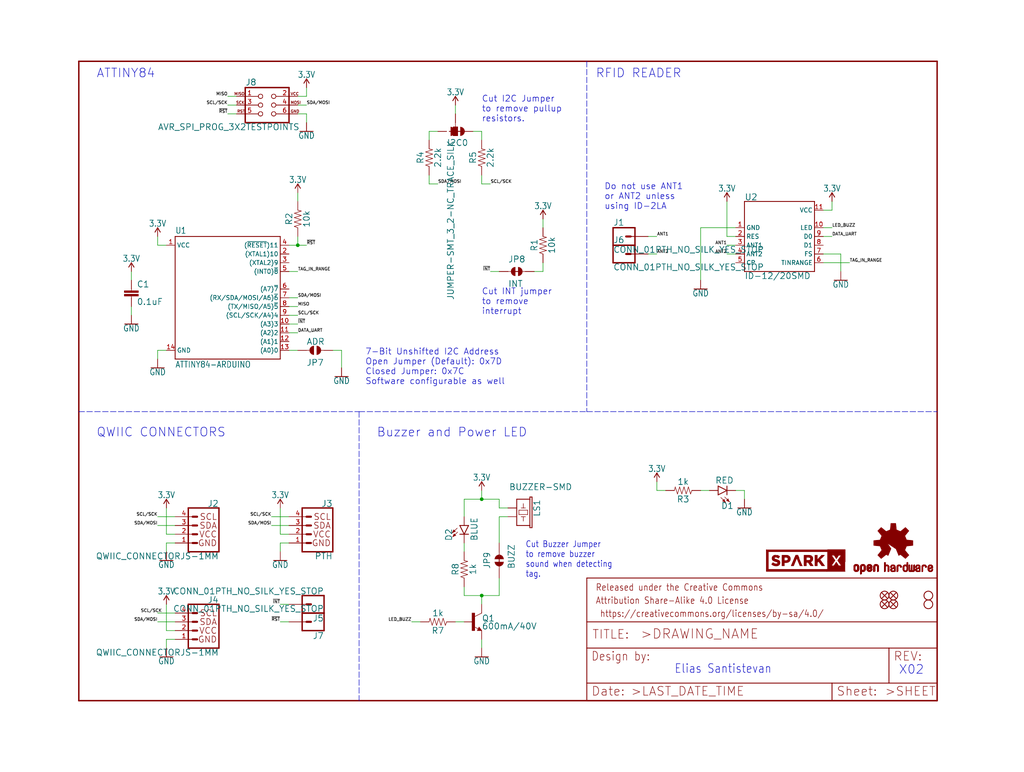
<source format=kicad_sch>
(kicad_sch (version 20211123) (generator eeschema)
  (paper "User" 297.002 223.926)
  (lib_symbols
    (symbol "eagleSchem-eagle-import:0.1UF-0603-25V-(+80{slash}-20%)"
      (property "Reference" "C" (at 1.524 2.921 0))
      (property "Value" "0.1UF-0603-25V-(+80{slash}-20%)" (at 1.524 -2.159 0))
      (symbol "0.1UF-0603-25V-(+80{slash}-20%)_1_0"
        (pin passive line (at 0 5.08 270) (length 2.54) (name "1") (number "1"))
        (pin passive line (at 0 -2.54 90) (length 2.54) (name "2") (number "2"))
      )
    )
    (symbol "eagleSchem-eagle-import:10KOHM-0603-1{slash}10W-1%"
      (property "Reference" "R" (at 0 1.524 0))
      (property "Value" "10KOHM-0603-1{slash}10W-1%" (at 0 -1.524 0))
      (symbol "10KOHM-0603-1{slash}10W-1%_1_0"
        (pin passive line (at -5.08 0 0) (length 2.54) (name "1") (number "1"))
        (pin passive line (at 5.08 0 180) (length 2.54) (name "2") (number "2"))
      )
    )
    (symbol "eagleSchem-eagle-import:1KOHM-0603-1{slash}10W-1%"
      (property "Reference" "R" (at 0 1.524 0))
      (property "Value" "1KOHM-0603-1{slash}10W-1%" (at 0 -1.524 0))
      (symbol "1KOHM-0603-1{slash}10W-1%_1_0"
        (pin passive line (at -5.08 0 0) (length 2.54) (name "1") (number "1"))
        (pin passive line (at 5.08 0 180) (length 2.54) (name "2") (number "2"))
      )
    )
    (symbol "eagleSchem-eagle-import:2.2KOHM-0603-1{slash}10W-1%"
      (property "Reference" "R" (at 0 1.524 0))
      (property "Value" "2.2KOHM-0603-1{slash}10W-1%" (at 0 -1.524 0))
      (symbol "2.2KOHM-0603-1{slash}10W-1%_1_0"
        (pin passive line (at -5.08 0 0) (length 2.54) (name "1") (number "1"))
        (pin passive line (at 5.08 0 180) (length 2.54) (name "2") (number "2"))
      )
    )
    (symbol "eagleSchem-eagle-import:3.3V" (power)
      (property "Value" "3.3V" (at 0 2.794 0))
      (symbol "3.3V_1_0"
        (pin power_in line (at 0 0 90) (length 2.54) (name "3.3V") (number "1"))
      )
    )
    (symbol "eagleSchem-eagle-import:ATTINY84-ARDUINO"
      (property "Reference" "U" (at -15.24 18.542 0))
      (property "Value" "ATTINY84-ARDUINO" (at -15.24 -20.32 0))
      (symbol "ATTINY84-ARDUINO_1_0"
        (pin bidirectional line (at -17.78 15.24 0) (length 2.54) (name "VCC") (number "1"))
        (pin bidirectional line (at 17.78 -7.62 180) (length 2.54) (name "(A3)3") (number "10"))
        (pin bidirectional line (at 17.78 -10.16 180) (length 2.54) (name "(A2)2") (number "11"))
        (pin bidirectional line (at 17.78 -12.7 180) (length 2.54) (name "(A1)1") (number "12"))
        (pin bidirectional line (at 17.78 -15.24 180) (length 2.54) (name "(A0)0") (number "13"))
        (pin bidirectional line (at -17.78 -15.24 0) (length 2.54) (name "GND") (number "14"))
        (pin bidirectional line (at 17.78 12.7 180) (length 2.54) (name "(XTAL1)10") (number "2"))
        (pin bidirectional line (at 17.78 10.16 180) (length 2.54) (name "(XTAL2)9") (number "3"))
        (pin bidirectional line (at 17.78 15.24 180) (length 2.54) (name "(~{RESET})11") (number "4"))
        (pin bidirectional line (at 17.78 7.62 180) (length 2.54) (name "(INT0)~{8}") (number "5"))
        (pin bidirectional line (at 17.78 2.54 180) (length 2.54) (name "(A7)~{7}") (number "6"))
        (pin bidirectional line (at 17.78 0 180) (length 2.54) (name "(RX/SDA/MOSI/A6)~{6}") (number "7"))
        (pin bidirectional line (at 17.78 -2.54 180) (length 2.54) (name "(TX/MISO/A5)~{5}") (number "8"))
        (pin bidirectional line (at 17.78 -5.08 180) (length 2.54) (name "(SCL/SCK/A4)4") (number "9"))
      )
    )
    (symbol "eagleSchem-eagle-import:AVR_SPI_PROG_3X2TESTPOINTS"
      (property "Reference" "J" (at -5.08 5.588 0))
      (property "Value" "AVR_SPI_PROG_3X2TESTPOINTS" (at -5.08 -7.366 0))
      (symbol "AVR_SPI_PROG_3X2TESTPOINTS_1_0"
        (text "GND" (at 8.001 -2.286 0) (effects (font (size 0.8128 0.8128)) (justify left bottom)))
        (text "MISO" (at -5.207 2.794 0) (effects (font (size 0.8128 0.8128)) (justify right bottom)))
        (text "MOSI" (at 8.001 0.254 0) (effects (font (size 0.8128 0.8128)) (justify left bottom)))
        (text "RST" (at -5.08 -2.286 0) (effects (font (size 0.8128 0.8128)) (justify right bottom)))
        (text "SCK" (at -5.207 0.254 0) (effects (font (size 0.8128 0.8128)) (justify right bottom)))
        (text "VCC" (at 8.001 2.794 0) (effects (font (size 0.8128 0.8128)) (justify left bottom)))
        (pin passive inverted (at -7.62 2.54 0) (length 7.62) (name "1") (number "1"))
        (pin passive inverted (at 10.16 2.54 180) (length 7.62) (name "2") (number "2"))
        (pin passive inverted (at -7.62 0 0) (length 7.62) (name "3") (number "3"))
        (pin passive inverted (at 10.16 0 180) (length 7.62) (name "4") (number "4"))
        (pin passive inverted (at -7.62 -2.54 0) (length 7.62) (name "5") (number "5"))
        (pin passive inverted (at 10.16 -2.54 180) (length 7.62) (name "6") (number "6"))
      )
    )
    (symbol "eagleSchem-eagle-import:BUZZER-SMD"
      (property "Reference" "LS" (at -2.54 4.826 0))
      (property "Value" "BUZZER-SMD" (at 5.334 0 0))
      (symbol "BUZZER-SMD_1_0"
        (pin passive line (at 0 -2.54 90) (length 2.54) (name "1") (number "+"))
        (pin passive line (at 2.54 -2.54 90) (length 2.54) (name "2") (number "-"))
      )
    )
    (symbol "eagleSchem-eagle-import:CONN_01PTH_NO_SILK_YES_STOP"
      (property "Reference" "J" (at -2.54 3.048 0))
      (property "Value" "CONN_01PTH_NO_SILK_YES_STOP" (at -2.54 -4.826 0))
      (symbol "CONN_01PTH_NO_SILK_YES_STOP_1_0"
        (pin passive line (at 7.62 0 180) (length 5.08) (name "1") (number "1"))
      )
    )
    (symbol "eagleSchem-eagle-import:FIDUCIALUFIDUCIAL")
    (symbol "eagleSchem-eagle-import:FRAME-LETTER"
      (symbol "FRAME-LETTER_2_0"
        (text " https://creativecommons.org/licenses/by-sa/4.0/" (at 2.54 24.13 0) (effects (font (size 1.9304 1.6408)) (justify left bottom)))
        (text ">DRAWING_NAME" (at 15.494 17.78 0) (effects (font (size 2.7432 2.7432)) (justify left bottom)))
        (text ">LAST_DATE_TIME" (at 12.7 1.27 0) (effects (font (size 2.54 2.54)) (justify left bottom)))
        (text ">SHEET" (at 86.36 1.27 0) (effects (font (size 2.54 2.54)) (justify left bottom)))
        (text "Attribution Share-Alike 4.0 License" (at 2.54 27.94 0) (effects (font (size 1.9304 1.6408)) (justify left bottom)))
        (text "Date:" (at 1.27 1.27 0) (effects (font (size 2.54 2.54)) (justify left bottom)))
        (text "Design by:" (at 1.27 11.43 0) (effects (font (size 2.54 2.159)) (justify left bottom)))
        (text "Released under the Creative Commons" (at 2.54 31.75 0) (effects (font (size 1.9304 1.6408)) (justify left bottom)))
        (text "REV:" (at 88.9 11.43 0) (effects (font (size 2.54 2.54)) (justify left bottom)))
        (text "Sheet:" (at 72.39 1.27 0) (effects (font (size 2.54 2.54)) (justify left bottom)))
        (text "TITLE:" (at 1.524 17.78 0) (effects (font (size 2.54 2.54)) (justify left bottom)))
      )
    )
    (symbol "eagleSchem-eagle-import:GND" (power)
      (property "Value" "GND" (at 0 -0.254 0))
      (symbol "GND_1_0"
        (pin power_in line (at 0 2.54 270) (length 2.54) (name "GND") (number "1"))
      )
    )
    (symbol "eagleSchem-eagle-import:I2C_STANDARD_NO_SILK"
      (property "Reference" "J" (at -5.08 7.874 0))
      (property "Value" "I2C_STANDARD_NO_SILK" (at -5.08 -5.334 0))
      (symbol "I2C_STANDARD_NO_SILK_1_0"
        (text "GND" (at -4.572 -2.54 0) (effects (font (size 1.778 1.778)) (justify left)))
        (text "SCL" (at -4.572 5.08 0) (effects (font (size 1.778 1.778)) (justify left)))
        (text "SDA" (at -4.572 2.54 0) (effects (font (size 1.778 1.778)) (justify left)))
        (text "VCC" (at -4.572 0 0) (effects (font (size 1.778 1.778)) (justify left)))
        (pin power_in line (at 7.62 -2.54 180) (length 5.08) (name "GND") (number "1"))
        (pin power_in line (at 7.62 0 180) (length 5.08) (name "VCC") (number "2"))
        (pin passive line (at 7.62 2.54 180) (length 5.08) (name "SDA") (number "3"))
        (pin passive line (at 7.62 5.08 180) (length 5.08) (name "SCL") (number "4"))
      )
    )
    (symbol "eagleSchem-eagle-import:ID-12{slash}20SMD"
      (property "Reference" "U" (at -10.16 10.414 0))
      (property "Value" "ID-12{slash}20SMD" (at -10.16 -10.414 0))
      (symbol "ID-12{slash}20SMD_1_0"
        (pin bidirectional line (at -12.7 2.54 0) (length 2.54) (name "GND") (number "1"))
        (pin bidirectional line (at 12.7 2.54 180) (length 2.54) (name "LED") (number "10"))
        (pin bidirectional line (at 12.7 7.62 180) (length 2.54) (name "VCC") (number "11"))
        (pin bidirectional line (at -12.7 0 0) (length 2.54) (name "RES") (number "2"))
        (pin bidirectional line (at -12.7 -2.54 0) (length 2.54) (name "ANT1") (number "3"))
        (pin bidirectional line (at -12.7 -5.08 0) (length 2.54) (name "ANT2") (number "4"))
        (pin bidirectional line (at -12.7 -7.62 0) (length 2.54) (name "CP") (number "5"))
        (pin bidirectional line (at 12.7 -7.62 180) (length 2.54) (name "TINRANGE") (number "6"))
        (pin bidirectional line (at 12.7 -5.08 180) (length 2.54) (name "FS") (number "7"))
        (pin bidirectional line (at 12.7 -2.54 180) (length 2.54) (name "D1") (number "8"))
        (pin bidirectional line (at 12.7 0 180) (length 2.54) (name "D0") (number "9"))
      )
    )
    (symbol "eagleSchem-eagle-import:JUMPER-SMT_2_NC_TRACE_SILK"
      (property "Reference" "JP" (at -2.54 2.54 0))
      (property "Value" "JUMPER-SMT_2_NC_TRACE_SILK" (at -2.54 -2.54 0))
      (symbol "JUMPER-SMT_2_NC_TRACE_SILK_1_0"
        (pin passive line (at -5.08 0 0) (length 2.54) (name "1") (number "1"))
        (pin passive line (at 5.08 0 180) (length 2.54) (name "2") (number "2"))
      )
    )
    (symbol "eagleSchem-eagle-import:JUMPER-SMT_2_NO_SILK"
      (property "Reference" "JP" (at -2.54 2.54 0))
      (property "Value" "JUMPER-SMT_2_NO_SILK" (at -2.54 -2.54 0))
      (symbol "JUMPER-SMT_2_NO_SILK_1_0"
        (pin passive line (at -5.08 0 0) (length 2.54) (name "1") (number "1"))
        (pin passive line (at 5.08 0 180) (length 2.54) (name "2") (number "2"))
      )
    )
    (symbol "eagleSchem-eagle-import:JUMPER-SMT_3_2-NC_TRACE_SILK"
      (property "Reference" "JP" (at 2.54 0.381 0))
      (property "Value" "JUMPER-SMT_3_2-NC_TRACE_SILK" (at 2.54 -0.381 0))
      (symbol "JUMPER-SMT_3_2-NC_TRACE_SILK_1_0"
        (pin passive line (at 0 5.08 270) (length 2.54) (name "1") (number "1"))
        (pin passive line (at -5.08 0 0) (length 2.54) (name "2") (number "2"))
        (pin passive line (at 0 -5.08 90) (length 2.54) (name "3") (number "3"))
      )
    )
    (symbol "eagleSchem-eagle-import:LED-BLUE0603"
      (property "Reference" "D" (at -3.429 -4.572 90))
      (property "Value" "LED-BLUE0603" (at 1.905 -4.572 90))
      (symbol "LED-BLUE0603_1_0"
        (pin passive line (at 0 2.54 270) (length 2.54) (name "A") (number "A"))
        (pin passive line (at 0 -5.08 90) (length 2.54) (name "C") (number "C"))
      )
    )
    (symbol "eagleSchem-eagle-import:LED-RED0603"
      (property "Reference" "D" (at -3.429 -4.572 90))
      (property "Value" "LED-RED0603" (at 1.905 -4.572 90))
      (symbol "LED-RED0603_1_0"
        (pin passive line (at 0 2.54 270) (length 2.54) (name "A") (number "A"))
        (pin passive line (at 0 -5.08 90) (length 2.54) (name "C") (number "C"))
      )
    )
    (symbol "eagleSchem-eagle-import:OSHW-LOGOMINI")
    (symbol "eagleSchem-eagle-import:QWIIC_CONNECTORJS-1MM"
      (property "Reference" "J" (at -5.08 7.874 0))
      (property "Value" "QWIIC_CONNECTORJS-1MM" (at -5.08 -5.334 0))
      (symbol "QWIIC_CONNECTORJS-1MM_1_0"
        (text "GND" (at -4.572 -2.54 0) (effects (font (size 1.778 1.778)) (justify left)))
        (text "SCL" (at -4.572 5.08 0) (effects (font (size 1.778 1.778)) (justify left)))
        (text "SDA" (at -4.572 2.54 0) (effects (font (size 1.778 1.778)) (justify left)))
        (text "VCC" (at -4.572 0 0) (effects (font (size 1.778 1.778)) (justify left)))
        (pin power_in line (at 7.62 -2.54 180) (length 5.08) (name "1") (number "1"))
        (pin power_in line (at 7.62 0 180) (length 5.08) (name "2") (number "2"))
        (pin passive line (at 7.62 2.54 180) (length 5.08) (name "3") (number "3"))
        (pin passive line (at 7.62 5.08 180) (length 5.08) (name "4") (number "4"))
      )
    )
    (symbol "eagleSchem-eagle-import:SPARKX-LOGO3")
    (symbol "eagleSchem-eagle-import:STAND-OFF")
    (symbol "eagleSchem-eagle-import:TRANS_NPN-MMBT2222AL"
      (property "Reference" "Q" (at 2.54 0 0))
      (property "Value" "TRANS_NPN-MMBT2222AL" (at 2.54 -2.286 0))
      (symbol "TRANS_NPN-MMBT2222AL_1_0"
        (pin passive line (at -2.54 0 0) (length 2.54) (name "B") (number "1"))
        (pin passive line (at 2.54 -5.08 90) (length 2.54) (name "E") (number "2"))
        (pin passive line (at 2.54 5.08 270) (length 2.54) (name "C") (number "3"))
      )
    )
  )
  (junction (at 139.7 172.72))
  (junction (at 139.7 144.78))
  (junction (at 86.36 71.12))
  (wire (pts (xy 139.7 40.64) (xy 139.7 38.1)))
  (polyline (pts (xy 170.18 119.38) (xy 271.78 119.38)))
  (wire (pts (xy 96.52 101.6) (xy 99.06 101.6)))
  (polyline (pts (xy 104.14 119.38) (xy 170.18 119.38)))
  (wire (pts (xy 83.82 93.98) (xy 86.36 93.98)))
  (polyline (pts (xy 104.14 119.38) (xy 104.14 203.2)))
  (wire (pts (xy 83.82 154.94) (xy 81.28 154.94)))
  (wire (pts (xy 157.48 66.04) (xy 157.48 63.5)))
  (wire (pts (xy 88.9 33.02) (xy 88.9 35.56)))
  (wire (pts (xy 139.7 172.72) (xy 144.78 172.72)))
  (wire (pts (xy 124.46 53.34) (xy 124.46 50.8)))
  (wire (pts (xy 213.36 73.66) (xy 210.82 73.66)))
  (wire (pts (xy 50.8 157.48) (xy 48.26 157.48)))
  (wire (pts (xy 203.2 66.04) (xy 203.2 81.28)))
  (wire (pts (xy 213.36 66.04) (xy 203.2 66.04)))
  (wire (pts (xy 48.26 101.6) (xy 45.72 101.6)))
  (wire (pts (xy 50.8 152.4) (xy 45.72 152.4)))
  (wire (pts (xy 154.94 78.74) (xy 157.48 78.74)))
  (wire (pts (xy 134.62 172.72) (xy 139.7 172.72)))
  (wire (pts (xy 83.82 96.52) (xy 86.36 96.52)))
  (wire (pts (xy 88.9 71.12) (xy 86.36 71.12)))
  (wire (pts (xy 83.82 86.36) (xy 86.36 86.36)))
  (polyline (pts (xy 170.18 17.78) (xy 170.18 119.38)))
  (wire (pts (xy 50.8 154.94) (xy 48.26 154.94)))
  (wire (pts (xy 68.58 30.48) (xy 66.04 30.48)))
  (wire (pts (xy 157.48 78.74) (xy 157.48 76.2)))
  (wire (pts (xy 88.9 27.94) (xy 88.9 25.4)))
  (wire (pts (xy 50.8 149.86) (xy 45.72 149.86)))
  (wire (pts (xy 81.28 157.48) (xy 81.28 160.02)))
  (wire (pts (xy 238.76 60.96) (xy 241.3 60.96)))
  (wire (pts (xy 124.46 53.34) (xy 127 53.34)))
  (wire (pts (xy 132.08 180.34) (xy 134.62 180.34)))
  (wire (pts (xy 132.08 30.48) (xy 132.08 33.02)))
  (wire (pts (xy 68.58 27.94) (xy 66.04 27.94)))
  (wire (pts (xy 139.7 142.24) (xy 139.7 144.78)))
  (wire (pts (xy 134.62 170.18) (xy 134.62 172.72)))
  (wire (pts (xy 45.72 101.6) (xy 45.72 104.14)))
  (polyline (pts (xy 22.86 119.38) (xy 104.14 119.38)))
  (wire (pts (xy 139.7 175.26) (xy 139.7 172.72)))
  (wire (pts (xy 215.9 142.24) (xy 215.9 144.78)))
  (wire (pts (xy 86.36 68.58) (xy 86.36 71.12)))
  (wire (pts (xy 83.82 101.6) (xy 86.36 101.6)))
  (wire (pts (xy 139.7 144.78) (xy 134.62 144.78)))
  (wire (pts (xy 139.7 53.34) (xy 139.7 50.8)))
  (wire (pts (xy 134.62 144.78) (xy 134.62 149.86)))
  (wire (pts (xy 86.36 27.94) (xy 88.9 27.94)))
  (wire (pts (xy 83.82 152.4) (xy 78.74 152.4)))
  (wire (pts (xy 193.04 142.24) (xy 190.5 142.24)))
  (wire (pts (xy 121.92 180.34) (xy 119.38 180.34)))
  (wire (pts (xy 213.36 68.58) (xy 210.82 68.58)))
  (wire (pts (xy 48.26 157.48) (xy 48.26 160.02)))
  (wire (pts (xy 144.78 157.48) (xy 144.78 149.86)))
  (wire (pts (xy 238.76 73.66) (xy 243.84 73.66)))
  (wire (pts (xy 38.1 78.74) (xy 38.1 81.28)))
  (wire (pts (xy 48.26 182.88) (xy 48.26 175.26)))
  (wire (pts (xy 205.74 142.24) (xy 203.2 142.24)))
  (wire (pts (xy 50.8 177.8) (xy 45.72 177.8)))
  (wire (pts (xy 99.06 101.6) (xy 99.06 106.68)))
  (wire (pts (xy 38.1 91.44) (xy 38.1 88.9)))
  (wire (pts (xy 144.78 78.74) (xy 142.24 78.74)))
  (wire (pts (xy 124.46 40.64) (xy 124.46 38.1)))
  (wire (pts (xy 187.96 73.66) (xy 190.5 73.66)))
  (wire (pts (xy 83.82 78.74) (xy 86.36 78.74)))
  (wire (pts (xy 134.62 157.48) (xy 134.62 160.02)))
  (wire (pts (xy 243.84 73.66) (xy 243.84 78.74)))
  (wire (pts (xy 241.3 60.96) (xy 241.3 58.42)))
  (wire (pts (xy 83.82 149.86) (xy 78.74 149.86)))
  (wire (pts (xy 81.28 154.94) (xy 81.28 147.32)))
  (wire (pts (xy 190.5 142.24) (xy 190.5 139.7)))
  (wire (pts (xy 124.46 38.1) (xy 127 38.1)))
  (wire (pts (xy 48.26 185.42) (xy 48.26 187.96)))
  (wire (pts (xy 83.82 157.48) (xy 81.28 157.48)))
  (wire (pts (xy 139.7 38.1) (xy 137.16 38.1)))
  (wire (pts (xy 50.8 182.88) (xy 48.26 182.88)))
  (wire (pts (xy 68.58 33.02) (xy 66.04 33.02)))
  (wire (pts (xy 45.72 71.12) (xy 45.72 68.58)))
  (wire (pts (xy 213.36 71.12) (xy 210.82 71.12)))
  (wire (pts (xy 238.76 66.04) (xy 241.3 66.04)))
  (wire (pts (xy 213.36 142.24) (xy 215.9 142.24)))
  (wire (pts (xy 144.78 147.32) (xy 144.78 144.78)))
  (wire (pts (xy 86.36 71.12) (xy 83.82 71.12)))
  (wire (pts (xy 139.7 53.34) (xy 142.24 53.34)))
  (wire (pts (xy 210.82 68.58) (xy 210.82 58.42)))
  (wire (pts (xy 238.76 68.58) (xy 241.3 68.58)))
  (wire (pts (xy 48.26 154.94) (xy 48.26 147.32)))
  (wire (pts (xy 86.36 58.42) (xy 86.36 55.88)))
  (wire (pts (xy 144.78 149.86) (xy 147.32 149.86)))
  (wire (pts (xy 144.78 144.78) (xy 139.7 144.78)))
  (wire (pts (xy 50.8 180.34) (xy 45.72 180.34)))
  (wire (pts (xy 86.36 30.48) (xy 88.9 30.48)))
  (wire (pts (xy 147.32 147.32) (xy 144.78 147.32)))
  (wire (pts (xy 83.82 88.9) (xy 86.36 88.9)))
  (wire (pts (xy 139.7 187.96) (xy 139.7 185.42)))
  (wire (pts (xy 86.36 33.02) (xy 88.9 33.02)))
  (wire (pts (xy 238.76 76.2) (xy 246.38 76.2)))
  (wire (pts (xy 187.96 68.58) (xy 190.5 68.58)))
  (wire (pts (xy 50.8 185.42) (xy 48.26 185.42)))
  (wire (pts (xy 48.26 71.12) (xy 45.72 71.12)))
  (wire (pts (xy 144.78 172.72) (xy 144.78 167.64)))
  (wire (pts (xy 81.28 180.34) (xy 83.82 180.34)))
  (wire (pts (xy 83.82 175.26) (xy 81.28 175.26)))
  (wire (pts (xy 83.82 91.44) (xy 86.36 91.44)))
  (text "RFID READER" (at 172.72 22.86 180) (effects (font (size 2.54 2.54)) (justify left bottom)))
  (text "ATTINY84" (at 27.94 22.86 180) (effects (font (size 2.54 2.54)) (justify left bottom)))
  (text "Cut Buzzer Jumper\nto remove buzzer\nsound when detecting\ntag." (at 152.4 167.64 0) (effects (font (size 1.778 1.5113)) (justify left bottom)))
  (text "7-Bit Unshifted I2C Address\nOpen Jumper (Default): 0x7D\nClosed Jumper: 0x7C\nSoftware configurable as well" (at 105.918 111.76 0) (effects (font (size 1.778 1.778)) (justify left bottom)))
  (text "Elias Santistevan" (at 195.58 195.58 180) (effects (font (size 2.54 2.159)) (justify left bottom)))
  (text "Cut I2C Jumper\nto remove pullup\nresistors." (at 139.7 35.56 180) (effects (font (size 1.778 1.778)) (justify left bottom)))
  (text "Cut INT jumper\nto remove\ninterrupt" (at 139.7 91.44 180) (effects (font (size 1.778 1.778)) (justify left bottom)))
  (text "X02" (at 260.604 195.834 180) (effects (font (size 2.54 2.54)) (justify left bottom)))
  (text "QWIIC CONNECTORS" (at 27.94 127 180) (effects (font (size 2.54 2.54)) (justify left bottom)))
  (text "Buzzer and Power LED" (at 109.22 127 180) (effects (font (size 2.54 2.54)) (justify left bottom)))
  (text "Do not use ANT1\nor ANT2 unless\nusing ID-2LA" (at 175.26 60.96 180) (effects (font (size 1.778 1.778)) (justify left bottom)))
  (label "DATA_UART" (at 241.3 68.58 0) (effects (font (size 0.889 0.889))))
  (label "ANT1" (at 190.5 68.58 0) (effects (font (size 0.889 0.889))))
  (label "SCL/SCK" (at 78.74 149.86 180) (effects (font (size 0.889 0.889))))
  (label "ANT2" (at 210.82 73.66 180) (effects (font (size 0.889 0.889))))
  (label "~{INT}" (at 142.24 78.74 180) (effects (font (size 0.889 0.889))))
  (label "LED_BUZZ" (at 119.38 180.34 180) (effects (font (size 0.889 0.889))))
  (label "~{INT}" (at 86.36 93.98 0) (effects (font (size 0.889 0.889))))
  (label "TAG_IN_RANGE" (at 246.38 76.2 0) (effects (font (size 0.889 0.889))))
  (label "~{RST}" (at 66.04 33.02 180) (effects (font (size 0.889 0.889))))
  (label "SDA/MOSI" (at 86.36 86.36 0) (effects (font (size 0.889 0.889))))
  (label "SCL/SCK" (at 45.72 149.86 180) (effects (font (size 0.889 0.889))))
  (label "MISO" (at 86.36 88.9 0) (effects (font (size 0.889 0.889))))
  (label "SDA/MOSI" (at 45.72 152.4 180) (effects (font (size 0.889 0.889))))
  (label "SCL/SCK" (at 66.04 30.48 180) (effects (font (size 0.889 0.889))))
  (label "MISO" (at 66.04 27.94 180) (effects (font (size 0.889 0.889))))
  (label "DATA_UART" (at 86.36 96.52 0) (effects (font (size 0.889 0.889))))
  (label "SDA/MOSI" (at 78.74 152.4 180) (effects (font (size 0.889 0.889))))
  (label "~{INT}" (at 81.28 175.26 180) (effects (font (size 0.889 0.889))))
  (label "TAG_IN_RANGE" (at 86.36 78.74 0) (effects (font (size 0.889 0.889))))
  (label "SDA/MOSI" (at 88.9 30.48 0) (effects (font (size 0.889 0.889))))
  (label "SCL/SCK" (at 86.36 91.44 0) (effects (font (size 0.889 0.889))))
  (label "SCL/SCK" (at 142.24 53.34 0) (effects (font (size 0.889 0.889))))
  (label "~{RST}" (at 88.9 71.12 0) (effects (font (size 0.889 0.889))))
  (label "ANT2" (at 190.5 73.66 0) (effects (font (size 0.889 0.889))))
  (label "LED_BUZZ" (at 241.3 66.04 0) (effects (font (size 0.889 0.889))))
  (label "ANT1" (at 210.82 71.12 180) (effects (font (size 0.889 0.889))))
  (label "~{RST}" (at 81.28 180.34 180) (effects (font (size 0.889 0.889))))
  (label "SDA/MOSI" (at 127 53.34 0) (effects (font (size 0.889 0.889))))
  (label "SDA/MOSI" (at 45.72 180.34 180) (effects (font (size 0.889 0.889))))
  (label "SCL/SCK" (at 46.99 177.8 180) (effects (font (size 0.889 0.889))))
  (symbol (lib_id "eagleSchem-eagle-import:GND") (at 48.26 190.5 0) (unit 1)
    (property "Reference" "#GND8" (effects hide))
    (property "Value" "GND" (at 48.26 190.754 0) (effects (font (size 1.778 1.5113)) (justify top)))
    (property "Footprint" "eagleSchem:" (effects hide))
  )
  (symbol (lib_id "eagleSchem-eagle-import:3.3V") (at 48.26 147.32 0) (unit 1)
    (property "Reference" "#SUPPLY4" (effects hide))
    (property "Value" "3.3V" (at 48.26 144.526 0) (effects (font (size 1.778 1.5113)) (justify bottom)))
    (property "Footprint" "eagleSchem:" (effects hide))
  )
  (symbol (lib_id "eagleSchem-eagle-import:3.3V") (at 81.28 147.32 0) (unit 1)
    (property "Reference" "#SUPPLY7" (effects hide))
    (property "Value" "3.3V" (at 81.28 144.526 0) (effects (font (size 1.778 1.5113)) (justify bottom)))
    (property "Footprint" "eagleSchem:" (effects hide))
  )
  (symbol (lib_id "eagleSchem-eagle-import:3.3V") (at 139.7 142.24 0) (unit 1)
    (property "Reference" "#SUPPLY12" (effects hide))
    (property "Value" "3.3V" (at 139.7 139.446 0) (effects (font (size 1.778 1.5113)) (justify bottom)))
    (property "Footprint" "eagleSchem:" (effects hide))
  )
  (symbol (lib_id "eagleSchem-eagle-import:GND") (at 38.1 93.98 0) (unit 1)
    (property "Reference" "#GND11" (effects hide))
    (property "Value" "GND" (at 38.1 94.234 0) (effects (font (size 1.778 1.5113)) (justify top)))
    (property "Footprint" "eagleSchem:" (effects hide))
  )
  (symbol (lib_id "eagleSchem-eagle-import:CONN_01PTH_NO_SILK_YES_STOP") (at 180.34 73.66 0) (unit 1)
    (property "Reference" "J6" (at 177.8 70.612 0) (effects (font (size 1.778 1.778)) (justify left bottom)))
    (property "Value" "CONN_01PTH_NO_SILK_YES_STOP" (at 177.8 78.486 0) (effects (font (size 1.778 1.778)) (justify left bottom)))
    (property "Footprint" "eagleSchem:1X01_NO_SILK" (effects hide))
  )
  (symbol (lib_id "eagleSchem-eagle-import:ATTINY84-ARDUINO") (at 66.04 86.36 0) (unit 1)
    (property "Reference" "U1" (at 50.8 67.818 0) (effects (font (size 1.778 1.5113)) (justify left bottom)))
    (property "Value" "ATTINY84-ARDUINO" (at 50.8 106.68 0) (effects (font (size 1.778 1.5113)) (justify left bottom)))
    (property "Footprint" "eagleSchem:SO14" (effects hide))
  )
  (symbol (lib_id "eagleSchem-eagle-import:FIDUCIALUFIDUCIAL") (at 259.08 172.72 0) (unit 1)
    (property "Reference" "JP6" (effects hide))
    (property "Value" "FIDUCIALUFIDUCIAL" (effects hide))
    (property "Footprint" "eagleSchem:MICRO-FIDUCIAL" (effects hide))
  )
  (symbol (lib_id "eagleSchem-eagle-import:3.3V") (at 157.48 63.5 0) (unit 1)
    (property "Reference" "#SUPPLY2" (effects hide))
    (property "Value" "3.3V" (at 157.48 60.706 0) (effects (font (size 1.778 1.5113)) (justify bottom)))
    (property "Footprint" "eagleSchem:" (effects hide))
  )
  (symbol (lib_id "eagleSchem-eagle-import:10KOHM-0603-1{slash}10W-1%") (at 86.36 63.5 90) (unit 1)
    (property "Reference" "R2" (at 84.836 63.5 0) (effects (font (size 1.778 1.778)) (justify bottom)))
    (property "Value" "10k" (at 87.884 63.5 0) (effects (font (size 1.778 1.778)) (justify top)))
    (property "Footprint" "eagleSchem:0603" (effects hide))
  )
  (symbol (lib_id "eagleSchem-eagle-import:TRANS_NPN-MMBT2222AL") (at 137.16 180.34 0) (unit 1)
    (property "Reference" "Q1" (at 139.7 180.34 0) (effects (font (size 1.778 1.778)) (justify left bottom)))
    (property "Value" "600mA/40V" (at 139.7 182.626 0) (effects (font (size 1.778 1.778)) (justify left bottom)))
    (property "Footprint" "eagleSchem:SOT23-3" (effects hide))
  )
  (symbol (lib_id "eagleSchem-eagle-import:GND") (at 45.72 106.68 0) (unit 1)
    (property "Reference" "#GND1" (effects hide))
    (property "Value" "GND" (at 45.72 106.934 0) (effects (font (size 1.778 1.5113)) (justify top)))
    (property "Footprint" "eagleSchem:" (effects hide))
  )
  (symbol (lib_id "eagleSchem-eagle-import:CONN_01PTH_NO_SILK_YES_STOP") (at 91.44 180.34 180) (unit 1)
    (property "Reference" "J7" (at 93.98 183.388 0) (effects (font (size 1.778 1.778)) (justify left bottom)))
    (property "Value" "CONN_01PTH_NO_SILK_YES_STOP" (at 93.98 175.514 0) (effects (font (size 1.778 1.778)) (justify left bottom)))
    (property "Footprint" "eagleSchem:1X01_NO_SILK" (effects hide))
  )
  (symbol (lib_id "eagleSchem-eagle-import:FIDUCIALUFIDUCIAL") (at 259.08 175.26 0) (unit 1)
    (property "Reference" "JP1" (effects hide))
    (property "Value" "FIDUCIALUFIDUCIAL" (effects hide))
    (property "Footprint" "eagleSchem:MICRO-FIDUCIAL" (effects hide))
  )
  (symbol (lib_id "eagleSchem-eagle-import:3.3V") (at 241.3 58.42 0) (unit 1)
    (property "Reference" "#SUPPLY9" (effects hide))
    (property "Value" "3.3V" (at 241.3 55.626 0) (effects (font (size 1.778 1.5113)) (justify bottom)))
    (property "Footprint" "eagleSchem:" (effects hide))
  )
  (symbol (lib_id "eagleSchem-eagle-import:JUMPER-SMT_2_NC_TRACE_SILK") (at 149.86 78.74 0) (unit 1)
    (property "Reference" "JP8" (at 147.32 76.2 0) (effects (font (size 1.778 1.778)) (justify left bottom)))
    (property "Value" "INT" (at 147.32 81.28 0) (effects (font (size 1.778 1.778)) (justify left top)))
    (property "Footprint" "eagleSchem:SMT-JUMPER_2_NC_TRACE_SILK" (effects hide))
  )
  (symbol (lib_id "eagleSchem-eagle-import:STAND-OFF") (at 269.24 172.72 0) (unit 1)
    (property "Reference" "JP3" (effects hide))
    (property "Value" "STAND-OFF" (effects hide))
    (property "Footprint" "eagleSchem:STAND-OFF" (effects hide))
  )
  (symbol (lib_id "eagleSchem-eagle-import:LED-BLUE0603") (at 134.62 152.4 0) (unit 1)
    (property "Reference" "D2" (at 131.191 156.972 90) (effects (font (size 1.778 1.778)) (justify left bottom)))
    (property "Value" "BLUE" (at 136.525 156.972 90) (effects (font (size 1.778 1.778)) (justify left top)))
    (property "Footprint" "eagleSchem:LED-0603" (effects hide))
  )
  (symbol (lib_id "eagleSchem-eagle-import:LED-RED0603") (at 208.28 142.24 90) (unit 1)
    (property "Reference" "D1" (at 212.852 145.669 90) (effects (font (size 1.778 1.778)) (justify left bottom)))
    (property "Value" "RED" (at 212.852 140.335 90) (effects (font (size 1.778 1.778)) (justify left top)))
    (property "Footprint" "eagleSchem:LED-0603" (effects hide))
  )
  (symbol (lib_id "eagleSchem-eagle-import:10KOHM-0603-1{slash}10W-1%") (at 157.48 71.12 90) (unit 1)
    (property "Reference" "R1" (at 155.956 71.12 0) (effects (font (size 1.778 1.778)) (justify bottom)))
    (property "Value" "10k" (at 159.004 71.12 0) (effects (font (size 1.778 1.778)) (justify top)))
    (property "Footprint" "eagleSchem:0603" (effects hide))
  )
  (symbol (lib_id "eagleSchem-eagle-import:CONN_01PTH_NO_SILK_YES_STOP") (at 180.34 68.58 0) (unit 1)
    (property "Reference" "J1" (at 177.8 65.532 0) (effects (font (size 1.778 1.778)) (justify left bottom)))
    (property "Value" "CONN_01PTH_NO_SILK_YES_STOP" (at 177.8 73.406 0) (effects (font (size 1.778 1.778)) (justify left bottom)))
    (property "Footprint" "eagleSchem:1X01_NO_SILK" (effects hide))
  )
  (symbol (lib_id "eagleSchem-eagle-import:GND") (at 48.26 162.56 0) (unit 1)
    (property "Reference" "#GND6" (effects hide))
    (property "Value" "GND" (at 48.26 162.814 0) (effects (font (size 1.778 1.5113)) (justify top)))
    (property "Footprint" "eagleSchem:" (effects hide))
  )
  (symbol (lib_id "eagleSchem-eagle-import:FIDUCIALUFIDUCIAL") (at 256.54 175.26 0) (unit 1)
    (property "Reference" "JP5" (effects hide))
    (property "Value" "FIDUCIALUFIDUCIAL" (effects hide))
    (property "Footprint" "eagleSchem:MICRO-FIDUCIAL" (effects hide))
  )
  (symbol (lib_id "eagleSchem-eagle-import:SPARKX-LOGO3") (at 233.68 162.56 0) (unit 1)
    (property "Reference" "U$4" (effects hide))
    (property "Value" "SPARKX-LOGO3" (effects hide))
    (property "Footprint" "eagleSchem:SPARKX-SMALL" (effects hide))
  )
  (symbol (lib_id "eagleSchem-eagle-import:STAND-OFF") (at 269.24 175.26 0) (unit 1)
    (property "Reference" "JP4" (effects hide))
    (property "Value" "STAND-OFF" (effects hide))
    (property "Footprint" "eagleSchem:STAND-OFF" (effects hide))
  )
  (symbol (lib_id "eagleSchem-eagle-import:CONN_01PTH_NO_SILK_YES_STOP") (at 91.44 175.26 180) (unit 1)
    (property "Reference" "J5" (at 93.98 178.308 0) (effects (font (size 1.778 1.778)) (justify left bottom)))
    (property "Value" "CONN_01PTH_NO_SILK_YES_STOP" (at 93.98 170.434 0) (effects (font (size 1.778 1.778)) (justify left bottom)))
    (property "Footprint" "eagleSchem:1X01_NO_SILK" (effects hide))
  )
  (symbol (lib_id "eagleSchem-eagle-import:0.1UF-0603-25V-(+80{slash}-20%)") (at 38.1 86.36 0) (unit 1)
    (property "Reference" "C1" (at 39.624 83.439 0) (effects (font (size 1.778 1.778)) (justify left bottom)))
    (property "Value" "0.1uF" (at 39.624 88.519 0) (effects (font (size 1.778 1.778)) (justify left bottom)))
    (property "Footprint" "eagleSchem:0603" (effects hide))
  )
  (symbol (lib_id "eagleSchem-eagle-import:1KOHM-0603-1{slash}10W-1%") (at 198.12 142.24 180) (unit 1)
    (property "Reference" "R3" (at 198.12 143.764 0) (effects (font (size 1.778 1.778)) (justify bottom)))
    (property "Value" "1k" (at 198.12 140.716 0) (effects (font (size 1.778 1.778)) (justify top)))
    (property "Footprint" "eagleSchem:0603" (effects hide))
  )
  (symbol (lib_id "eagleSchem-eagle-import:GND") (at 243.84 81.28 0) (unit 1)
    (property "Reference" "#GND10" (effects hide))
    (property "Value" "GND" (at 243.84 81.534 0) (effects (font (size 1.778 1.5113)) (justify top)))
    (property "Footprint" "eagleSchem:" (effects hide))
  )
  (symbol (lib_id "eagleSchem-eagle-import:JUMPER-SMT_3_2-NC_TRACE_SILK") (at 132.08 38.1 270) (unit 1)
    (property "Reference" "I2C0" (at 129.54 42.418 90) (effects (font (size 1.778 1.778)) (justify left bottom)))
    (property "Value" "JUMPER-SMT_3_2-NC_TRACE_SILK" (at 131.699 40.64 0) (effects (font (size 1.778 1.778)) (justify left top)))
    (property "Footprint" "eagleSchem:SMT-JUMPER_3_2-NC_TRACE_SILK" (effects hide))
  )
  (symbol (lib_id "eagleSchem-eagle-import:1KOHM-0603-1{slash}10W-1%") (at 127 180.34 180) (unit 1)
    (property "Reference" "R7" (at 127 181.864 0) (effects (font (size 1.778 1.778)) (justify bottom)))
    (property "Value" "1k" (at 127 178.816 0) (effects (font (size 1.778 1.778)) (justify top)))
    (property "Footprint" "eagleSchem:0603" (effects hide))
  )
  (symbol (lib_id "eagleSchem-eagle-import:BUZZER-SMD") (at 149.86 147.32 270) (unit 1)
    (property "Reference" "LS1" (at 154.686 144.78 0) (effects (font (size 1.778 1.778)) (justify left bottom)))
    (property "Value" "BUZZER-SMD" (at 147.574 142.24 90) (effects (font (size 1.778 1.778)) (justify left bottom)))
    (property "Footprint" "eagleSchem:BUZZER-CCV" (effects hide))
  )
  (symbol (lib_id "eagleSchem-eagle-import:AVR_SPI_PROG_3X2TESTPOINTS") (at 76.2 30.48 0) (unit 1)
    (property "Reference" "J8" (at 71.12 24.892 0) (effects (font (size 1.778 1.778)) (justify left bottom)))
    (property "Value" "AVR_SPI_PROG_3X2TESTPOINTS" (at 45.72 37.846 0) (effects (font (size 1.778 1.778)) (justify left bottom)))
    (property "Footprint" "eagleSchem:2X3_TEST_POINTS" (effects hide))
  )
  (symbol (lib_id "eagleSchem-eagle-import:JUMPER-SMT_2_NC_TRACE_SILK") (at 144.78 162.56 90) (unit 1)
    (property "Reference" "JP9" (at 142.24 165.1 0) (effects (font (size 1.778 1.778)) (justify left bottom)))
    (property "Value" "BUZZ" (at 147.32 165.1 0) (effects (font (size 1.778 1.778)) (justify left top)))
    (property "Footprint" "eagleSchem:SMT-JUMPER_2_NC_TRACE_SILK" (effects hide))
  )
  (symbol (lib_id "eagleSchem-eagle-import:QWIIC_CONNECTORJS-1MM") (at 58.42 154.94 0) (mirror y) (unit 1)
    (property "Reference" "J2" (at 63.5 147.066 0) (effects (font (size 1.778 1.778)) (justify left bottom)))
    (property "Value" "QWIIC_CONNECTORJS-1MM" (at 63.5 160.274 0) (effects (font (size 1.778 1.778)) (justify left top)))
    (property "Footprint" "eagleSchem:1X04_1MM_RA" (effects hide))
  )
  (symbol (lib_id "eagleSchem-eagle-import:3.3V") (at 86.36 55.88 0) (unit 1)
    (property "Reference" "#SUPPLY3" (effects hide))
    (property "Value" "3.3V" (at 86.36 53.086 0) (effects (font (size 1.778 1.5113)) (justify bottom)))
    (property "Footprint" "eagleSchem:" (effects hide))
  )
  (symbol (lib_id "eagleSchem-eagle-import:QWIIC_CONNECTORJS-1MM") (at 58.42 182.88 0) (mirror y) (unit 1)
    (property "Reference" "J4" (at 63.5 175.006 0) (effects (font (size 1.778 1.778)) (justify left bottom)))
    (property "Value" "QWIIC_CONNECTORJS-1MM" (at 63.5 188.214 0) (effects (font (size 1.778 1.778)) (justify left top)))
    (property "Footprint" "eagleSchem:1X04_1MM_RA" (effects hide))
  )
  (symbol (lib_id "eagleSchem-eagle-import:2.2KOHM-0603-1{slash}10W-1%") (at 139.7 45.72 90) (unit 1)
    (property "Reference" "R5" (at 138.176 45.72 0) (effects (font (size 1.778 1.778)) (justify bottom)))
    (property "Value" "2.2k" (at 141.224 45.72 0) (effects (font (size 1.778 1.778)) (justify top)))
    (property "Footprint" "eagleSchem:0603" (effects hide))
  )
  (symbol (lib_id "eagleSchem-eagle-import:1KOHM-0603-1{slash}10W-1%") (at 134.62 165.1 90) (unit 1)
    (property "Reference" "R8" (at 133.096 165.1 0) (effects (font (size 1.778 1.778)) (justify bottom)))
    (property "Value" "1k" (at 136.144 165.1 0) (effects (font (size 1.778 1.778)) (justify top)))
    (property "Footprint" "eagleSchem:0603" (effects hide))
  )
  (symbol (lib_id "eagleSchem-eagle-import:OSHW-LOGOMINI") (at 259.08 157.48 0) (unit 1)
    (property "Reference" "LOGO1" (effects hide))
    (property "Value" "OSHW-LOGOMINI" (effects hide))
    (property "Footprint" "eagleSchem:OSHW-LOGO-MINI" (effects hide))
  )
  (symbol (lib_id "eagleSchem-eagle-import:3.3V") (at 210.82 58.42 0) (unit 1)
    (property "Reference" "#SUPPLY11" (effects hide))
    (property "Value" "3.3V" (at 210.82 55.626 0) (effects (font (size 1.778 1.5113)) (justify bottom)))
    (property "Footprint" "eagleSchem:" (effects hide))
  )
  (symbol (lib_id "eagleSchem-eagle-import:2.2KOHM-0603-1{slash}10W-1%") (at 124.46 45.72 90) (unit 1)
    (property "Reference" "R4" (at 122.936 45.72 0) (effects (font (size 1.778 1.778)) (justify bottom)))
    (property "Value" "2.2k" (at 125.984 45.72 0) (effects (font (size 1.778 1.778)) (justify top)))
    (property "Footprint" "eagleSchem:0603" (effects hide))
  )
  (symbol (lib_id "eagleSchem-eagle-import:3.3V") (at 48.26 175.26 0) (unit 1)
    (property "Reference" "#SUPPLY8" (effects hide))
    (property "Value" "3.3V" (at 48.26 172.466 0) (effects (font (size 1.778 1.5113)) (justify bottom)))
    (property "Footprint" "eagleSchem:" (effects hide))
  )
  (symbol (lib_id "eagleSchem-eagle-import:FRAME-LETTER") (at 170.18 203.2 0) (unit 2)
    (property "Reference" "FRAME1" (effects hide))
    (property "Value" "FRAME-LETTER" (effects hide))
    (property "Footprint" "eagleSchem:CREATIVE_COMMONS" (effects hide))
  )
  (symbol (lib_id "eagleSchem-eagle-import:JUMPER-SMT_2_NO_SILK") (at 91.44 101.6 180) (unit 1)
    (property "Reference" "JP7" (at 93.98 104.14 0) (effects (font (size 1.778 1.778)) (justify left bottom)))
    (property "Value" "ADR" (at 94.234 100.076 0) (effects (font (size 1.778 1.778)) (justify left top)))
    (property "Footprint" "eagleSchem:SMT-JUMPER_2_NO_SILK" (effects hide))
  )
  (symbol (lib_id "eagleSchem-eagle-import:GND") (at 88.9 38.1 0) (unit 1)
    (property "Reference" "#GND2" (effects hide))
    (property "Value" "GND" (at 88.9 38.354 0) (effects (font (size 1.778 1.5113)) (justify top)))
    (property "Footprint" "eagleSchem:" (effects hide))
  )
  (symbol (lib_id "eagleSchem-eagle-import:GND") (at 215.9 147.32 0) (unit 1)
    (property "Reference" "#GND4" (effects hide))
    (property "Value" "GND" (at 215.9 147.574 0) (effects (font (size 1.778 1.5113)) (justify top)))
    (property "Footprint" "eagleSchem:" (effects hide))
  )
  (symbol (lib_id "eagleSchem-eagle-import:ID-12{slash}20SMD") (at 226.06 68.58 0) (unit 1)
    (property "Reference" "U2" (at 215.9 58.166 0) (effects (font (size 1.778 1.778)) (justify left bottom)))
    (property "Value" "ID-12{slash}20SMD" (at 215.9 78.994 0) (effects (font (size 1.778 1.778)) (justify left top)))
    (property "Footprint" "eagleSchem:ID-12_SMD" (effects hide))
  )
  (symbol (lib_id "eagleSchem-eagle-import:GND") (at 139.7 190.5 0) (unit 1)
    (property "Reference" "#GND3" (effects hide))
    (property "Value" "GND" (at 139.7 190.754 0) (effects (font (size 1.778 1.5113)) (justify top)))
    (property "Footprint" "eagleSchem:" (effects hide))
  )
  (symbol (lib_id "eagleSchem-eagle-import:3.3V") (at 132.08 30.48 0) (unit 1)
    (property "Reference" "#SUPPLY1" (effects hide))
    (property "Value" "3.3V" (at 132.08 27.686 0) (effects (font (size 1.778 1.5113)) (justify bottom)))
    (property "Footprint" "eagleSchem:" (effects hide))
  )
  (symbol (lib_id "eagleSchem-eagle-import:3.3V") (at 38.1 78.74 0) (unit 1)
    (property "Reference" "#SUPPLY13" (effects hide))
    (property "Value" "3.3V" (at 38.1 75.946 0) (effects (font (size 1.778 1.5113)) (justify bottom)))
    (property "Footprint" "eagleSchem:" (effects hide))
  )
  (symbol (lib_id "eagleSchem-eagle-import:3.3V") (at 88.9 25.4 0) (unit 1)
    (property "Reference" "#SUPPLY6" (effects hide))
    (property "Value" "3.3V" (at 88.9 22.606 0) (effects (font (size 1.778 1.5113)) (justify bottom)))
    (property "Footprint" "eagleSchem:" (effects hide))
  )
  (symbol (lib_id "eagleSchem-eagle-import:3.3V") (at 190.5 139.7 0) (unit 1)
    (property "Reference" "#SUPPLY10" (effects hide))
    (property "Value" "3.3V" (at 190.5 136.906 0) (effects (font (size 1.778 1.5113)) (justify bottom)))
    (property "Footprint" "eagleSchem:" (effects hide))
  )
  (symbol (lib_id "eagleSchem-eagle-import:I2C_STANDARD_NO_SILK") (at 91.44 154.94 0) (mirror y) (unit 1)
    (property "Reference" "J3" (at 96.52 147.066 0) (effects (font (size 1.778 1.778)) (justify left bottom)))
    (property "Value" "PTH" (at 96.52 160.274 0) (effects (font (size 1.778 1.778)) (justify left top)))
    (property "Footprint" "eagleSchem:1X04_NO_SILK" (effects hide))
  )
  (symbol (lib_id "eagleSchem-eagle-import:FIDUCIALUFIDUCIAL") (at 256.54 172.72 0) (unit 1)
    (property "Reference" "JP2" (effects hide))
    (property "Value" "FIDUCIALUFIDUCIAL" (effects hide))
    (property "Footprint" "eagleSchem:MICRO-FIDUCIAL" (effects hide))
  )
  (symbol (lib_id "eagleSchem-eagle-import:FRAME-LETTER") (at 22.86 203.2 0) (unit 1)
    (property "Reference" "FRAME1" (effects hide))
    (property "Value" "FRAME-LETTER" (effects hide))
    (property "Footprint" "eagleSchem:CREATIVE_COMMONS" (effects hide))
  )
  (symbol (lib_id "eagleSchem-eagle-import:GND") (at 81.28 162.56 0) (unit 1)
    (property "Reference" "#GND7" (effects hide))
    (property "Value" "GND" (at 81.28 162.814 0) (effects (font (size 1.778 1.5113)) (justify top)))
    (property "Footprint" "eagleSchem:" (effects hide))
  )
  (symbol (lib_id "eagleSchem-eagle-import:GND") (at 203.2 83.82 0) (unit 1)
    (property "Reference" "#GND9" (effects hide))
    (property "Value" "GND" (at 203.2 84.074 0) (effects (font (size 1.778 1.5113)) (justify top)))
    (property "Footprint" "eagleSchem:" (effects hide))
  )
  (symbol (lib_id "eagleSchem-eagle-import:3.3V") (at 45.72 68.58 0) (unit 1)
    (property "Reference" "#SUPPLY5" (effects hide))
    (property "Value" "3.3V" (at 45.72 65.786 0) (effects (font (size 1.778 1.5113)) (justify bottom)))
    (property "Footprint" "eagleSchem:" (effects hide))
  )
  (symbol (lib_id "eagleSchem-eagle-import:GND") (at 99.06 109.22 0) (unit 1)
    (property "Reference" "#GND5" (effects hide))
    (property "Value" "GND" (at 99.06 109.474 0) (effects (font (size 1.778 1.5113)) (justify top)))
    (property "Footprint" "eagleSchem:" (effects hide))
  )
)
</source>
